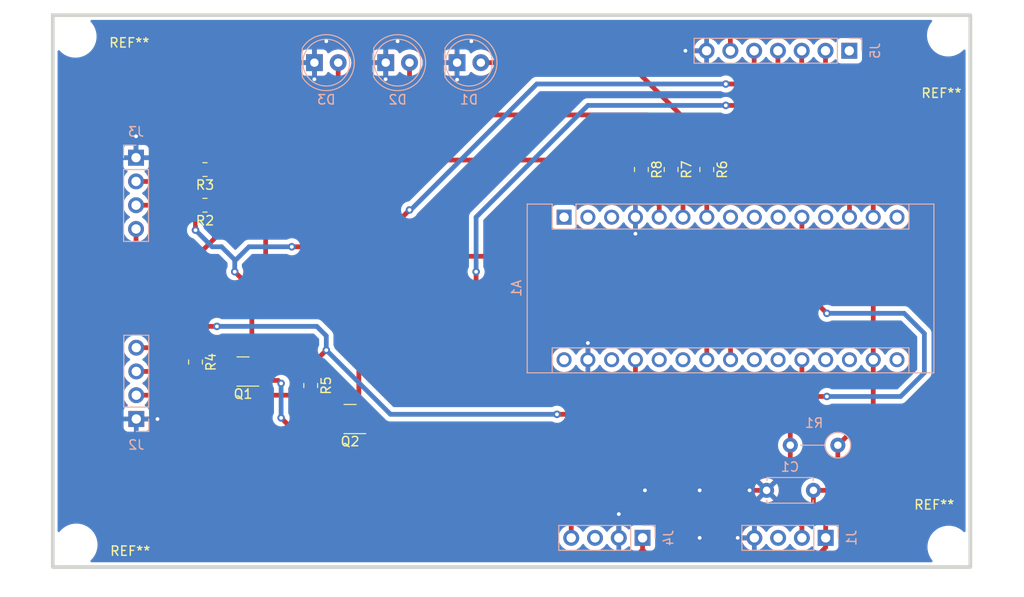
<source format=kicad_pcb>
(kicad_pcb (version 20211014) (generator pcbnew)
  (layers (0 "F.Cu" signal) (31 "B.Cu" signal) (34 "B.Paste" user) (35 "F.Paste" user) (36 "B.SilkS" user "B.Silkscreen") (37 "F.SilkS" user "F.Silkscreen") (38 "B.Mask" user) (39 "F.Mask" user) (44 "Edge.Cuts" user))
  (net 0 "")
  (net 4 "GND")
  (net 5 "Net-(A1-Pad5)")
  (net 6 "Net-(A1-Pad6)")
  (net 7 "Net-(A1-Pad7)")
  (net 11 "DHT22")
  (net 13 "RST_CSS")
  (net 14 "WAKE_CCS")
  (net 17 "3.3V")
  (net 20 "SMOKE")
  (net 23 "SDA")
  (net 24 "SCL")
  (net 27 "5V")
  (net 30 "Net-(D1-Pad2)")
  (net 31 "Net-(D2-Pad2)")
  (net 32 "Net-(D3-Pad2)")
  (net 34 "SCL-5V")
  (net 35 "SDA-5V")
  (footprint "Resistor_SMD:R_0805_2012Metric_Pad1.20x1.40mm_HandSolder" (layer "F.Cu") (at 51.816 46.99 180)
    (fp_text reference "R2" (at 0 -1.65) (layer "F.SilkS"))
    (fp_text value "10k")
    (fp_line (start -0.227064 0.735) (end 0.227064 0.735) (layer "F.SilkS") (width 0.12))
    (fp_line (start -0.227064 -0.735) (end 0.227064 -0.735) (layer "F.SilkS") (width 0.12))
    (pad "1" smd roundrect (at -1 0 180) (size 1.2 1.4) (layers "F.Cu" "F.Paste" "F.Mask") (roundrect_rratio 0.2083333333) (net 17 "3.3V"))
    (pad "2" smd roundrect (at 1 0 180) (size 1.2 1.4) (layers "F.Cu" "F.Paste" "F.Mask") (roundrect_rratio 0.2083333333) (net 23 "SDA"))
  )
  (footprint "Resistor_SMD:R_0805_2012Metric_Pad1.20x1.40mm_HandSolder" (layer "F.Cu") (at 98.425 43.18 -90)
    (fp_text reference "R8" (at 0 -1.65 90) (layer "F.SilkS"))
    (fp_text value "230")
    (fp_line (start -0.227064 -0.735) (end 0.227064 -0.735) (layer "F.SilkS") (width 0.12))
    (fp_line (start -0.227064 0.735) (end 0.227064 0.735) (layer "F.SilkS") (width 0.12))
    (pad "1" smd roundrect (at -1 0 270) (size 1.2 1.4) (layers "F.Cu" "F.Paste" "F.Mask") (roundrect_rratio 0.2083333333) (net 32 "Net-(D3-Pad2)"))
    (pad "2" smd roundrect (at 1 0 270) (size 1.2 1.4) (layers "F.Cu" "F.Paste" "F.Mask") (roundrect_rratio 0.2083333333) (net 5 "Net-(A1-Pad5)"))
  )
  (footprint "Package_TO_SOT_SMD:SOT-23" (layer "F.Cu") (at 55.88 64.77 180)
    (fp_text reference "Q1" (at 0 -2.4) (layer "F.SilkS"))
    (fp_text value "Q_NMOS_GSD")
    (fp_line (start 0 1.56) (end -0.65 1.56) (layer "F.SilkS") (width 0.12))
    (fp_line (start 0 1.56) (end 0.65 1.56) (layer "F.SilkS") (width 0.12))
    (fp_line (start 0 -1.56) (end 0.65 -1.56) (layer "F.SilkS") (width 0.12))
    (fp_line (start 0 -1.56) (end -1.675 -1.56) (layer "F.SilkS") (width 0.12))
    (pad "1" smd roundrect (at -0.9375 -0.95 180) (size 1.475 0.6) (layers "F.Cu" "F.Paste" "F.Mask") (net 17 "3.3V"))
    (pad "2" smd roundrect (at -0.9375 0.95 180) (size 1.475 0.6) (layers "F.Cu" "F.Paste" "F.Mask") (net 23 "SDA"))
    (pad "3" smd roundrect (at 0.9375 0 180) (size 1.475 0.6) (layers "F.Cu" "F.Paste" "F.Mask") (net 35 "SDA-5V"))
  )
  (footprint "Resistor_SMD:R_0805_2012Metric_Pad1.20x1.40mm_HandSolder" (layer "F.Cu") (at 105.41 43.18 -90)
    (fp_text reference "R6" (at 0 -1.65 90) (layer "F.SilkS"))
    (fp_text value "230")
    (fp_line (start -0.227064 0.735) (end 0.227064 0.735) (layer "F.SilkS") (width 0.12))
    (fp_line (start -0.227064 -0.735) (end 0.227064 -0.735) (layer "F.SilkS") (width 0.12))
    (pad "1" smd roundrect (at -1 0 270) (size 1.2 1.4) (layers "F.Cu" "F.Paste" "F.Mask") (roundrect_rratio 0.2083333333) (net 30 "Net-(D1-Pad2)"))
    (pad "2" smd roundrect (at 1 0 270) (size 1.2 1.4) (layers "F.Cu" "F.Paste" "F.Mask") (roundrect_rratio 0.2083333333) (net 7 "Net-(A1-Pad7)"))
  )
  (footprint "MountingHole:MountingHole_3.5mm" (layer "F.Cu") (at 131.2418 83.5152)
    (fp_text reference "REF**" (at -1.530427 -4.5) (layer "F.SilkS"))
    (fp_text value "MountingHole_3.5mm")
    (pad "" np_thru_hole circle (at 0 0) (size 3.5 3.5) (drill 3.5) (layers *.Cu *.Mask))
  )
  (footprint "Resistor_SMD:R_0805_2012Metric_Pad1.20x1.40mm_HandSolder" (layer "F.Cu") (at 63.104344 66.267254 -90)
    (fp_text reference "R5" (at 0 -1.65 90) (layer "F.SilkS"))
    (fp_text value "10k")
    (fp_line (start -0.227064 0.735) (end 0.227064 0.735) (layer "F.SilkS") (width 0.12))
    (fp_line (start -0.227064 -0.735) (end 0.227064 -0.735) (layer "F.SilkS") (width 0.12))
    (pad "1" smd roundrect (at -1 0 270) (size 1.2 1.4) (layers "F.Cu" "F.Paste" "F.Mask") (roundrect_rratio 0.2083333333) (net 27 "5V"))
    (pad "2" smd roundrect (at 1 0 270) (size 1.2 1.4) (layers "F.Cu" "F.Paste" "F.Mask") (roundrect_rratio 0.2083333333) (net 34 "SCL-5V"))
  )
  (footprint "MountingHole:MountingHole_3.5mm" (layer "F.Cu") (at 37.973 28.956)
    (fp_text reference "REF**" (at 5.762998 0.673049) (layer "F.SilkS"))
    (fp_text value "MountingHole_3.5mm")
    (pad "" np_thru_hole circle (at 0 0) (size 3.5 3.5) (drill 3.5) (layers *.Cu *.Mask))
  )
  (footprint "Resistor_SMD:R_0805_2012Metric_Pad1.20x1.40mm_HandSolder" (layer "F.Cu") (at 50.8 63.754 -90)
    (fp_text reference "R4" (at 0 -1.65 90) (layer "F.SilkS"))
    (fp_text value "10k")
    (fp_line (start -0.227064 -0.735) (end 0.227064 -0.735) (layer "F.SilkS") (width 0.12))
    (fp_line (start -0.227064 0.735) (end 0.227064 0.735) (layer "F.SilkS") (width 0.12))
    (pad "1" smd roundrect (at -1 0 270) (size 1.2 1.4) (layers "F.Cu" "F.Paste" "F.Mask") (roundrect_rratio 0.2083333333) (net 27 "5V"))
    (pad "2" smd roundrect (at 1 0 270) (size 1.2 1.4) (layers "F.Cu" "F.Paste" "F.Mask") (roundrect_rratio 0.2083333333) (net 35 "SDA-5V"))
  )
  (footprint "MountingHole:MountingHole_3.5mm" (layer "F.Cu") (at 131.192288 28.829)
    (fp_text reference "REF**" (at -0.713191 6.182417) (layer "F.SilkS"))
    (fp_text value "MountingHole_3.5mm")
    (pad "" np_thru_hole circle (at 0 0) (size 3.5 3.5) (drill 3.5) (layers *.Cu *.Mask))
  )
  (footprint "Package_TO_SOT_SMD:SOT-23" (layer "F.Cu") (at 67.31 69.85 180)
    (fp_text reference "Q2" (at 0 -2.4) (layer "F.SilkS"))
    (fp_text value "Q_NMOS_GSD")
    (fp_line (start 0 1.56) (end -0.65 1.56) (layer "F.SilkS") (width 0.12))
    (fp_line (start 0 -1.56) (end -1.675 -1.56) (layer "F.SilkS") (width 0.12))
    (fp_line (start 0 1.56) (end 0.65 1.56) (layer "F.SilkS") (width 0.12))
    (fp_line (start 0 -1.56) (end 0.65 -1.56) (layer "F.SilkS") (width 0.12))
    (pad "1" smd roundrect (at -0.9375 -0.95 180) (size 1.475 0.6) (layers "F.Cu" "F.Paste" "F.Mask") (net 17 "3.3V"))
    (pad "2" smd roundrect (at -0.9375 0.95 180) (size 1.475 0.6) (layers "F.Cu" "F.Paste" "F.Mask") (net 24 "SCL"))
    (pad "3" smd roundrect (at 0.9375 0 180) (size 1.475 0.6) (layers "F.Cu" "F.Paste" "F.Mask") (net 34 "SCL-5V"))
  )
  (footprint "MountingHole:MountingHole_3.5mm" (layer "F.Cu") (at 38.0746 83.2866)
    (fp_text reference "REF**" (at 5.762998 0.673049) (layer "F.SilkS"))
    (fp_text value "MountingHole_3.5mm")
    (pad "" np_thru_hole circle (at 0 0) (size 3.5 3.5) (drill 3.5) (layers *.Cu *.Mask))
  )
  (footprint "Resistor_SMD:R_0805_2012Metric_Pad1.20x1.40mm_HandSolder" (layer "F.Cu") (at 101.6 43.18 -90)
    (fp_text reference "R7" (at 0 -1.65 90) (layer "F.SilkS"))
    (fp_text value "230")
    (fp_line (start -0.227064 -0.735) (end 0.227064 -0.735) (layer "F.SilkS") (width 0.12))
    (fp_line (start -0.227064 0.735) (end 0.227064 0.735) (layer "F.SilkS") (width 0.12))
    (pad "1" smd roundrect (at -1 0 270) (size 1.2 1.4) (layers "F.Cu" "F.Paste" "F.Mask") (roundrect_rratio 0.2083333333) (net 31 "Net-(D2-Pad2)"))
    (pad "2" smd roundrect (at 1 0 270) (size 1.2 1.4) (layers "F.Cu" "F.Paste" "F.Mask") (roundrect_rratio 0.2083333333) (net 6 "Net-(A1-Pad6)"))
  )
  (footprint "Resistor_SMD:R_0805_2012Metric_Pad1.20x1.40mm_HandSolder" (layer "F.Cu") (at 51.816 43.18 180)
    (fp_text reference "R3" (at 0 -1.65) (layer "F.SilkS"))
    (fp_text value "10k")
    (fp_line (start -0.227064 -0.735) (end 0.227064 -0.735) (layer "F.SilkS") (width 0.12))
    (fp_line (start -0.227064 0.735) (end 0.227064 0.735) (layer "F.SilkS") (width 0.12))
    (pad "1" smd roundrect (at -1 0 180) (size 1.2 1.4) (layers "F.Cu" "F.Paste" "F.Mask") (roundrect_rratio 0.2083333333) (net 17 "3.3V"))
    (pad "2" smd roundrect (at 1 0 180) (size 1.2 1.4) (layers "F.Cu" "F.Paste" "F.Mask") (roundrect_rratio 0.2083333333) (net 24 "SCL"))
  )
  (footprint "Connector_PinSocket_2.54mm:PinSocket_1x07_P2.54mm_Vertical" (layer "B.Cu") (at 120.63 30.48 90)
    (fp_text reference "J5" (at 0 2.77 90) (layer "B.SilkS") (effects (justify mirror)))
    (fp_text value "CSS118")
    (fp_line (start -1.33 -16.57) (end 1.33 -16.57) (layer "B.SilkS") (width 0.12))
    (fp_line (start 0 1.33) (end 1.33 1.33) (layer "B.SilkS") (width 0.12))
    (fp_line (start -1.33 -1.27) (end 1.33 -1.27) (layer "B.SilkS") (width 0.12))
    (fp_line (start -1.33 -1.27) (end -1.33 -16.57) (layer "B.SilkS") (width 0.12))
    (fp_line (start 1.33 -1.27) (end 1.33 -16.57) (layer "B.SilkS") (width 0.12))
    (fp_line (start 1.33 1.33) (end 1.33 0) (layer "B.SilkS") (width 0.12))
    (pad "1" thru_hole rect (at 0 0 90) (size 1.7 1.7) (drill 1) (layers *.Cu *.Mask))
    (pad "2" thru_hole oval (at 0 -2.54 90) (size 1.7 1.7) (drill 1) (layers *.Cu *.Mask) (net 14 "WAKE_CCS"))
    (pad "3" thru_hole oval (at 0 -5.08 90) (size 1.7 1.7) (drill 1) (layers *.Cu *.Mask) (net 13 "RST_CSS"))
    (pad "4" thru_hole oval (at 0 -7.62 90) (size 1.7 1.7) (drill 1) (layers *.Cu *.Mask) (net 24 "SCL"))
    (pad "5" thru_hole oval (at 0 -10.16 90) (size 1.7 1.7) (drill 1) (layers *.Cu *.Mask) (net 23 "SDA"))
    (pad "6" thru_hole oval (at 0 -12.7 90) (size 1.7 1.7) (drill 1) (layers *.Cu *.Mask) (net 17 "3.3V"))
    (pad "7" thru_hole oval (at 0 -15.24 90) (size 1.7 1.7) (drill 1) (layers *.Cu *.Mask) (net 4 "GND"))
  )
  (footprint "LED_THT:LED_D5.0mm" (layer "B.Cu") (at 71.12 31.75)
    (fp_text reference "D2" (at 1.27 3.96) (layer "B.SilkS") (effects (justify mirror)))
    (fp_text value "LED VERTE")
    (fp_line (start -1.29 1.545) (end -1.29 -1.545) (layer "B.SilkS") (width 0.12))
    (fp_arc (start 4.26 -0.000462) (mid 2.072002 2.880433) (end -1.29 1.54483) (layer "B.SilkS") (width 0.12))
    (fp_arc (start -1.29 -1.54483) (mid 2.072002 -2.880433) (end 4.26 0.000462) (layer "B.SilkS") (width 0.12))
    (fp_circle (center 1.27 0) (end 3.77 0) (layer "B.SilkS") (width 0.12) (fill none))
    (pad "1" thru_hole rect (at 0 0) (size 1.8 1.8) (drill 0.9) (layers *.Cu *.Mask) (net 4 "GND"))
    (pad "2" thru_hole circle (at 2.54 0) (size 1.8 1.8) (drill 0.9) (layers *.Cu *.Mask) (net 31 "Net-(D2-Pad2)"))
  )
  (footprint "Resistor_THT:R_Axial_DIN0207_L6.3mm_D2.5mm_P5.08mm_Vertical" (layer "B.Cu") (at 119.409 72.644 180)
    (fp_text reference "R1" (at 2.54 2.37) (layer "B.SilkS") (effects (justify mirror)))
    (fp_text value "10K")
    (fp_line (start 1.37 0) (end 3.98 0) (layer "B.SilkS") (width 0.12))
    (fp_circle (center 0 0) (end 1.37 0) (layer "B.SilkS") (width 0.12) (fill none))
    (pad "1" thru_hole circle (at 0 0 180) (size 1.6 1.6) (drill 0.8) (layers *.Cu *.Mask) (net 17 "3.3V"))
    (pad "2" thru_hole oval (at 5.08 0 180) (size 1.6 1.6) (drill 0.8) (layers *.Cu *.Mask) (net 11 "DHT22"))
  )
  (footprint "Module:Arduino_Nano" (layer "B.Cu") (at 90.17 48.27 -90)
    (fp_text reference "A1" (at 7.62 5.08 90) (layer "B.SilkS") (effects (justify mirror)))
    (fp_text value "Arduino_Nano_v3.x")
    (fp_line (start 13.97 1.27) (end 16.64 1.27) (layer "B.SilkS") (width 0.12))
    (fp_line (start 1.27 -36.83) (end -1.4 -36.83) (layer "B.SilkS") (width 0.12))
    (fp_line (start 13.97 1.27) (end 13.97 -36.83) (layer "B.SilkS") (width 0.12))
    (fp_line (start 1.27 -1.27) (end 1.27 1.27) (layer "B.SilkS") (width 0.12))
    (fp_line (start 1.27 -1.27) (end -1.4 -1.27) (layer "B.SilkS") (width 0.12))
    (fp_line (start 16.64 -39.5) (end 16.64 3.94) (layer "B.SilkS") (width 0.12))
    (fp_line (start -1.4 -1.27) (end -1.4 -39.5) (layer "B.SilkS") (width 0.12))
    (fp_line (start 13.97 -36.83) (end 16.64 -36.83) (layer "B.SilkS") (width 0.12))
    (fp_line (start -1.4 -39.5) (end 16.64 -39.5) (layer "B.SilkS") (width 0.12))
    (fp_line (start 1.27 1.27) (end -1.4 1.27) (layer "B.SilkS") (width 0.12))
    (fp_line (start 1.27 -1.27) (end 1.27 -36.83) (layer "B.SilkS") (width 0.12))
    (fp_line (start -1.4 3.94) (end -1.4 1.27) (layer "B.SilkS") (width 0.12))
    (fp_line (start 16.64 3.94) (end -1.4 3.94) (layer "B.SilkS") (width 0.12))
    (pad "1" thru_hole rect (at 0 0 270) (size 1.6 1.6) (drill 1) (layers *.Cu *.Mask))
    (pad "2" thru_hole oval (at 0 -2.54 270) (size 1.6 1.6) (drill 1) (layers *.Cu *.Mask))
    (pad "3" thru_hole oval (at 0 -5.08 270) (size 1.6 1.6) (drill 1) (layers *.Cu *.Mask))
    (pad "4" thru_hole oval (at 0 -7.62 270) (size 1.6 1.6) (drill 1) (layers *.Cu *.Mask) (net 4 "GND"))
    (pad "5" thru_hole oval (at 0 -10.16 270) (size 1.6 1.6) (drill 1) (layers *.Cu *.Mask) (net 5 "Net-(A1-Pad5)"))
    (pad "6" thru_hole oval (at 0 -12.7 270) (size 1.6 1.6) (drill 1) (layers *.Cu *.Mask) (net 6 "Net-(A1-Pad6)"))
    (pad "7" thru_hole oval (at 0 -15.24 270) (size 1.6 1.6) (drill 1) (layers *.Cu *.Mask) (net 7 "Net-(A1-Pad7)"))
    (pad "8" thru_hole oval (at 0 -17.78 270) (size 1.6 1.6) (drill 1) (layers *.Cu *.Mask))
    (pad "9" thru_hole oval (at 0 -20.32 270) (size 1.6 1.6) (drill 1) (layers *.Cu *.Mask))
    (pad "10" thru_hole oval (at 0 -22.86 270) (size 1.6 1.6) (drill 1) (layers *.Cu *.Mask))
    (pad "11" thru_hole oval (at 0 -25.4 270) (size 1.6 1.6) (drill 1) (layers *.Cu *.Mask) (net 11 "DHT22"))
    (pad "12" thru_hole oval (at 0 -27.94 270) (size 1.6 1.6) (drill 1) (layers *.Cu *.Mask))
    (pad "13" thru_hole oval (at 0 -30.48 270) (size 1.6 1.6) (drill 1) (layers *.Cu *.Mask) (net 13 "RST_CSS"))
    (pad "14" thru_hole oval (at 0 -33.02 270) (size 1.6 1.6) (drill 1) (layers *.Cu *.Mask) (net 14 "WAKE_CCS"))
    (pad "15" thru_hole oval (at 0 -35.56 270) (size 1.6 1.6) (drill 1) (layers *.Cu *.Mask))
    (pad "16" thru_hole oval (at 15.24 -35.56 270) (size 1.6 1.6) (drill 1) (layers *.Cu *.Mask))
    (pad "17" thru_hole oval (at 15.24 -33.02 270) (size 1.6 1.6) (drill 1) (layers *.Cu *.Mask) (net 17 "3.3V"))
    (pad "18" thru_hole oval (at 15.24 -30.48 270) (size 1.6 1.6) (drill 1) (layers *.Cu *.Mask))
    (pad "19" thru_hole oval (at 15.24 -27.94 270) (size 1.6 1.6) (drill 1) (layers *.Cu *.Mask))
    (pad "20" thru_hole oval (at 15.24 -25.4 270) (size 1.6 1.6) (drill 1) (layers *.Cu *.Mask) (net 20 "SMOKE"))
    (pad "21" thru_hole oval (at 15.24 -22.86 270) (size 1.6 1.6) (drill 1) (layers *.Cu *.Mask))
    (pad "22" thru_hole oval (at 15.24 -20.32 270) (size 1.6 1.6) (drill 1) (layers *.Cu *.Mask))
    (pad "23" thru_hole oval (at 15.24 -17.78 270) (size 1.6 1.6) (drill 1) (layers *.Cu *.Mask) (net 23 "SDA"))
    (pad "24" thru_hole oval (at 15.24 -15.24 270) (size 1.6 1.6) (drill 1) (layers *.Cu *.Mask) (net 24 "SCL"))
    (pad "25" thru_hole oval (at 15.24 -12.7 270) (size 1.6 1.6) (drill 1) (layers *.Cu *.Mask))
    (pad "26" thru_hole oval (at 15.24 -10.16 270) (size 1.6 1.6) (drill 1) (layers *.Cu *.Mask))
    (pad "27" thru_hole oval (at 15.24 -7.62 270) (size 1.6 1.6) (drill 1) (layers *.Cu *.Mask) (net 27 "5V"))
    (pad "28" thru_hole oval (at 15.24 -5.08 270) (size 1.6 1.6) (drill 1) (layers *.Cu *.Mask))
    (pad "29" thru_hole oval (at 15.24 -2.54 270) (size 1.6 1.6) (drill 1) (layers *.Cu *.Mask) (net 4 "GND"))
    (pad "30" thru_hole oval (at 15.24 0 270) (size 1.6 1.6) (drill 1) (layers *.Cu *.Mask))
  )
  (footprint "LED_THT:LED_D5.0mm" (layer "B.Cu") (at 63.5 31.75)
    (fp_text reference "D3" (at 1.27 3.96) (layer "B.SilkS") (effects (justify mirror)))
    (fp_text value "LED ROUGE")
    (fp_line (start -1.29 1.545) (end -1.29 -1.545) (layer "B.SilkS") (width 0.12))
    (fp_arc (start 4.26 -0.000462) (mid 2.072002 2.880433) (end -1.29 1.54483) (layer "B.SilkS") (width 0.12))
    (fp_arc (start -1.29 -1.54483) (mid 2.072002 -2.880433) (end 4.26 0.000462) (layer "B.SilkS") (width 0.12))
    (fp_circle (center 1.27 0) (end 3.77 0) (layer "B.SilkS") (width 0.12) (fill none))
    (pad "1" thru_hole rect (at 0 0) (size 1.8 1.8) (drill 0.9) (layers *.Cu *.Mask) (net 4 "GND"))
    (pad "2" thru_hole circle (at 2.54 0) (size 1.8 1.8) (drill 0.9) (layers *.Cu *.Mask) (net 32 "Net-(D3-Pad2)"))
  )
  (footprint "Connector_PinSocket_2.54mm:PinSocket_1x04_P2.54mm_Vertical" (layer "B.Cu") (at 44.45 41.91 180)
    (fp_text reference "J3" (at 0 2.77) (layer "B.SilkS") (effects (justify mirror)))
    (fp_text value "LCD 3.3V")
    (fp_line (start -1.33 -1.27) (end -1.33 -8.95) (layer "B.SilkS") (width 0.12))
    (fp_line (start 1.33 1.33) (end 1.33 0) (layer "B.SilkS") (width 0.12))
    (fp_line (start -1.33 -8.95) (end 1.33 -8.95) (layer "B.SilkS") (width 0.12))
    (fp_line (start 0 1.33) (end 1.33 1.33) (layer "B.SilkS") (width 0.12))
    (fp_line (start 1.33 -1.27) (end 1.33 -8.95) (layer "B.SilkS") (width 0.12))
    (fp_line (start -1.33 -1.27) (end 1.33 -1.27) (layer "B.SilkS") (width 0.12))
    (pad "1" thru_hole rect (at 0 0 180) (size 1.7 1.7) (drill 1) (layers *.Cu *.Mask) (net 4 "GND"))
    (pad "2" thru_hole oval (at 0 -2.54 180) (size 1.7 1.7) (drill 1) (layers *.Cu *.Mask) (net 24 "SCL"))
    (pad "3" thru_hole oval (at 0 -5.08 180) (size 1.7 1.7) (drill 1) (layers *.Cu *.Mask) (net 23 "SDA"))
    (pad "4" thru_hole oval (at 0 -7.62 180) (size 1.7 1.7) (drill 1) (layers *.Cu *.Mask) (net 17 "3.3V"))
  )
  (footprint "Connector_PinSocket_2.54mm:PinSocket_1x04_P2.54mm_Vertical" (layer "B.Cu") (at 118.11 82.55 90)
    (fp_text reference "J1" (at 0 2.77 90) (layer "B.SilkS") (effects (justify mirror)))
    (fp_text value "DHT22")
    (fp_line (start 0 1.33) (end 1.33 1.33) (layer "B.SilkS") (width 0.12))
    (fp_line (start 1.33 1.33) (end 1.33 0) (layer "B.SilkS") (width 0.12))
    (fp_line (start 1.33 -1.27) (end 1.33 -8.95) (layer "B.SilkS") (width 0.12))
    (fp_line (start -1.33 -1.27) (end 1.33 -1.27) (layer "B.SilkS") (width 0.12))
    (fp_line (start -1.33 -8.95) (end 1.33 -8.95) (layer "B.SilkS") (width 0.12))
    (fp_line (start -1.33 -1.27) (end -1.33 -8.95) (layer "B.SilkS") (width 0.12))
    (pad "1" thru_hole rect (at 0 0 90) (size 1.7 1.7) (drill 1) (layers *.Cu *.Mask) (net 17 "3.3V"))
    (pad "2" thru_hole oval (at 0 -2.54 90) (size 1.7 1.7) (drill 1) (layers *.Cu *.Mask) (net 11 "DHT22"))
    (pad "3" thru_hole oval (at 0 -5.08 90) (size 1.7 1.7) (drill 1) (layers *.Cu *.Mask))
    (pad "4" thru_hole oval (at 0 -7.62 90) (size 1.7 1.7) (drill 1) (layers *.Cu *.Mask) (net 4 "GND"))
  )
  (footprint "Capacitor_THT:C_Disc_D4.7mm_W2.5mm_P5.00mm" (layer "B.Cu") (at 116.8 77.47 180)
    (fp_text reference "C1" (at 2.5 2.5) (layer "B.SilkS") (effects (justify mirror)))
    (fp_text value "100u")
    (fp_line (start 0.03 1.37) (end 0.03 1.055) (layer "B.SilkS") (width 0.12))
    (fp_line (start 4.97 1.37) (end 4.97 1.055) (layer "B.SilkS") (width 0.12))
    (fp_line (start 0.03 1.37) (end 4.97 1.37) (layer "B.SilkS") (width 0.12))
    (fp_line (start 0.03 -1.055) (end 0.03 -1.37) (layer "B.SilkS") (width 0.12))
    (fp_line (start 0.03 -1.37) (end 4.97 -1.37) (layer "B.SilkS") (width 0.12))
    (fp_line (start 4.97 -1.055) (end 4.97 -1.37) (layer "B.SilkS") (width 0.12))
    (pad "1" thru_hole circle (at 0 0 180) (size 1.6 1.6) (drill 0.8) (layers *.Cu *.Mask) (net 17 "3.3V"))
    (pad "2" thru_hole circle (at 5 0 180) (size 1.6 1.6) (drill 0.8) (layers *.Cu *.Mask) (net 4 "GND"))
  )
  (footprint "Connector_PinSocket_2.54mm:PinSocket_1x04_P2.54mm_Vertical" (layer "B.Cu") (at 44.475 69.84)
    (fp_text reference "J2" (at 0 2.77) (layer "B.SilkS") (effects (justify mirror)))
    (fp_text value "LCD 5V")
    (fp_line (start 0 1.33) (end 1.33 1.33) (layer "B.SilkS") (width 0.12))
    (fp_line (start 1.33 -1.27) (end 1.33 -8.95) (layer "B.SilkS") (width 0.12))
    (fp_line (start -1.33 -1.27) (end 1.33 -1.27) (layer "B.SilkS") (width 0.12))
    (fp_line (start -1.33 -1.27) (end -1.33 -8.95) (layer "B.SilkS") (width 0.12))
    (fp_line (start -1.33 -8.95) (end 1.33 -8.95) (layer "B.SilkS") (width 0.12))
    (fp_line (start 1.33 1.33) (end 1.33 0) (layer "B.SilkS") (width 0.12))
    (pad "1" thru_hole rect (at 0 0) (size 1.7 1.7) (drill 1) (layers *.Cu *.Mask) (net 4 "GND"))
    (pad "2" thru_hole oval (at 0 -2.54) (size 1.7 1.7) (drill 1) (layers *.Cu *.Mask) (net 34 "SCL-5V"))
    (pad "3" thru_hole oval (at 0 -5.08) (size 1.7 1.7) (drill 1) (layers *.Cu *.Mask) (net 35 "SDA-5V"))
    (pad "4" thru_hole oval (at 0 -7.62) (size 1.7 1.7) (drill 1) (layers *.Cu *.Mask) (net 27 "5V"))
  )
  (footprint "Connector_PinSocket_2.54mm:PinSocket_1x04_P2.54mm_Vertical" (layer "B.Cu") (at 98.552 82.55 90)
    (fp_text reference "J4" (at 0 2.77 90) (layer "B.SilkS") (effects (justify mirror)))
    (fp_text value "MQ-2")
    (fp_line (start -1.33 -1.27) (end 1.33 -1.27) (layer "B.SilkS") (width 0.12))
    (fp_line (start -1.33 -8.95) (end 1.33 -8.95) (layer "B.SilkS") (width 0.12))
    (fp_line (start -1.33 -1.27) (end -1.33 -8.95) (layer "B.SilkS") (width 0.12))
    (fp_line (start 0 1.33) (end 1.33 1.33) (layer "B.SilkS") (width 0.12))
    (fp_line (start 1.33 1.33) (end 1.33 0) (layer "B.SilkS") (width 0.12))
    (fp_line (start 1.33 -1.27) (end 1.33 -8.95) (layer "B.SilkS") (width 0.12))
    (pad "1" thru_hole rect (at 0 0 90) (size 1.7 1.7) (drill 1) (layers *.Cu *.Mask) (net 17 "3.3V"))
    (pad "2" thru_hole oval (at 0 -2.54 90) (size 1.7 1.7) (drill 1) (layers *.Cu *.Mask) (net 4 "GND"))
    (pad "3" thru_hole oval (at 0 -5.08 90) (size 1.7 1.7) (drill 1) (layers *.Cu *.Mask))
    (pad "4" thru_hole oval (at 0 -7.62 90) (size 1.7 1.7) (drill 1) (layers *.Cu *.Mask) (net 20 "SMOKE"))
  )
  (footprint "LED_THT:LED_D5.0mm" (layer "B.Cu") (at 78.74 31.75)
    (fp_text reference "D1" (at 1.27 3.96) (layer "B.SilkS") (effects (justify mirror)))
    (fp_text value "LED BLEU")
    (fp_line (start -1.29 1.545) (end -1.29 -1.545) (layer "B.SilkS") (width 0.12))
    (fp_arc (start -1.29 -1.54483) (mid 2.072002 -2.880433) (end 4.26 0.000462) (layer "B.SilkS") (width 0.12))
    (fp_arc (start 4.26 -0.000462) (mid 2.072002 2.880433) (end -1.29 1.54483) (layer "B.SilkS") (width 0.12))
    (fp_circle (center 1.27 0) (end 3.77 0) (layer "B.SilkS") (width 0.12) (fill none))
    (pad "1" thru_hole rect (at 0 0) (size 1.8 1.8) (drill 0.9) (layers *.Cu *.Mask) (net 4 "GND"))
    (pad "2" thru_hole circle (at 2.54 0) (size 1.8 1.8) (drill 0.9) (layers *.Cu *.Mask) (net 30 "Net-(D1-Pad2)"))
  )
  (gr_rect (start 35.56 26.67) (end 133.56 85.67) (layer "Edge.Cuts") (width 0.4) (fill none))
  (segment (start 46.726 69.84) (end 44.475 69.84) (width 0.508) (layer "F.Cu") (net 4))
  (segment (start 46.736 69.85) (end 46.726 69.84) (width 0.508) (layer "F.Cu") (net 4))
  (segment (start 105.39 30.48) (end 103.124 30.48) (width 0.508) (layer "F.Cu") (net 4))
  (segment (start 97.79 48.27) (end 97.79 50.038) (width 0.508) (layer "F.Cu") (net 4))
  (segment (start 44.45 41.91) (end 44.45 39.624) (width 0.508) (layer "F.Cu") (net 4))
  (segment (start 110.49 82.55) (end 108.712 82.55) (width 0.508) (layer "F.Cu") (net 4))
  (segment (start 96.012 82.55) (end 96.012 80.01) (width 0.508) (layer "F.Cu") (net 4))
  (segment (start 111.8 77.47) (end 109.982 77.47) (width 0.508) (layer "F.Cu") (net 4))
  (segment (start 78.74 33.571934) (end 78.74 31.75) (width 0.508) (layer "F.Cu") (net 4))
  (segment (start 92.71 63.51) (end 92.71 61.722) (width 0.508) (layer "F.Cu") (net 4))
  (segment (start 63.5 31.75) (end 63.5 33.528) (width 0.508) (layer "F.Cu") (net 4))
  (segment (start 71.106027 33.528) (end 71.12 33.514027) (width 0.508) (layer "F.Cu") (net 4))
  (segment (start 71.12 33.514027) (end 71.12 31.75) (width 0.508) (layer "F.Cu") (net 4))
  (via (at 97.79 50.038) (size 0.8) (drill 0.4) (layers "F.Cu" "B.Cu") (net 4))
  (via (at 104.648 82.55) (size 0.8) (drill 0.4) (layers "F.Cu" "B.Cu") (net 4))
  (via (at 103.124 30.48) (size 0.8) (drill 0.4) (layers "F.Cu" "B.Cu") (net 4))
  (via (at 64.77 29.464) (size 0.8) (drill 0.4) (layers "F.Cu" "B.Cu") (net 4))
  (via (at 108.712 82.55) (size 0.8) (drill 0.4) (layers "F.Cu" "B.Cu") (net 4))
  (via (at 98.806 77.47) (size 0.8) (drill 0.4) (layers "F.Cu" "B.Cu") (net 4))
  (via (at 72.39 29.464) (size 0.8) (drill 0.4) (layers "F.Cu" "B.Cu") (net 4))
  (via (at 109.982 77.47) (size 0.8) (drill 0.4) (layers "F.Cu" "B.Cu") (net 4))
  (via (at 44.45 39.624) (size 0.8) (drill 0.4) (layers "F.Cu" "B.Cu") (net 4))
  (via (at 80.264 29.464) (size 0.8) (drill 0.4) (layers "F.Cu" "B.Cu") (net 4))
  (via (at 78.74 33.571934) (size 0.8) (drill 0.4) (layers "F.Cu" "B.Cu") (net 4))
  (via (at 46.736 69.85) (size 0.8) (drill 0.4) (layers "F.Cu" "B.Cu") (net 4))
  (via (at 92.71 61.722) (size 0.8) (drill 0.4) (layers "F.Cu" "B.Cu") (net 4))
  (via (at 96.012 80.01) (size 0.8) (drill 0.4) (layers "F.Cu" "B.Cu") (net 4))
  (via (at 104.648 77.47) (size 0.8) (drill 0.4) (layers "F.Cu" "B.Cu") (net 4))
  (via (at 63.5 33.528) (size 0.8) (drill 0.4) (layers "F.Cu" "B.Cu") (net 4))
  (via (at 71.106027 33.528) (size 0.8) (drill 0.4) (layers "F.Cu" "B.Cu") (net 4))
  (segment (start 100.33 46.99) (end 98.425 45.085) (width 0.508) (layer "F.Cu") (net 5))
  (segment (start 100.33 48.27) (end 100.33 46.99) (width 0.508) (layer "F.Cu") (net 5))
  (segment (start 98.425 45.085) (end 98.425 44.18) (width 0.508) (layer "F.Cu") (net 5))
  (segment (start 102.87 46.6725) (end 101.6 45.4025) (width 0.508) (layer "F.Cu") (net 6))
  (segment (start 101.6 45.4025) (end 101.6 44.18) (width 0.508) (layer "F.Cu") (net 6))
  (segment (start 102.87 48.27) (end 102.87 46.6725) (width 0.508) (layer "F.Cu") (net 6))
  (segment (start 105.41 48.27) (end 105.41 44.18) (width 0.508) (layer "F.Cu") (net 7))
  (segment (start 115.57 82.55) (end 115.57 81.28) (width 0.508) (layer "F.Cu") (net 11))
  (segment (start 115.57 48.27) (end 115.57 55.88) (width 0.508) (layer "F.Cu") (net 11))
  (segment (start 118.237 67.437) (end 116.713 67.437) (width 0.508) (layer "F.Cu") (net 11))
  (segment (start 116.713 67.437) (end 114.329 69.821) (width 0.508) (layer "F.Cu") (net 11))
  (segment (start 114.329 69.821) (end 114.329 72.644) (width 0.508) (layer "F.Cu") (net 11))
  (segment (start 114.329 79.981) (end 114.329 72.644) (width 0.508) (layer "F.Cu") (net 11))
  (segment (start 114.3 80.01) (end 114.329 79.981) (width 0.508) (layer "F.Cu") (net 11))
  (segment (start 115.57 81.28) (end 114.3 80.01) (width 0.508) (layer "F.Cu") (net 11))
  (segment (start 115.57 55.88) (end 118.237 58.547) (width 0.508) (layer "F.Cu") (net 11))
  (via (at 118.237 58.547) (size 0.8) (drill 0.4) (layers "F.Cu" "B.Cu") (net 11))
  (via (at 118.237 67.437) (size 0.8) (drill 0.4) (layers "F.Cu" "B.Cu") (net 11))
  (segment (start 126.111 67.437) (end 118.237 67.437) (width 0.508) (layer "B.Cu") (net 11))
  (segment (start 128.651 64.897) (end 126.111 67.437) (width 0.508) (layer "B.Cu") (net 11))
  (segment (start 118.237 58.547) (end 126.492 58.547) (width 0.508) (layer "B.Cu") (net 11))
  (segment (start 126.492 58.547) (end 128.651 60.706) (width 0.508) (layer "B.Cu") (net 11))
  (segment (start 128.651 60.706) (end 128.651 64.897) (width 0.508) (layer "B.Cu") (net 11))
  (segment (start 115.55 37.445) (end 120.65 42.545) (width 0.508) (layer "F.Cu") (net 13))
  (segment (start 120.65 42.545) (end 120.65 48.27) (width 0.508) (layer "F.Cu") (net 13))
  (segment (start 115.55 30.455) (end 115.55 37.445) (width 0.508) (layer "F.Cu") (net 13))
  (segment (start 118.09 36.81) (end 118.09 30.48) (width 0.508) (layer "F.Cu") (net 14))
  (segment (start 123.19 41.91) (end 118.09 36.81) (width 0.508) (layer "F.Cu") (net 14))
  (segment (start 123.19 48.27) (end 123.19 41.91) (width 0.508) (layer "F.Cu") (net 14))
  (segment (start 119.409 72.644) (end 119.409 76.679) (width 0.508) (layer "F.Cu") (net 17))
  (segment (start 39.878 53.34) (end 39.878 71.501) (width 0.508) (layer "F.Cu") (net 17))
  (segment (start 51.308 52.07) (end 52.816 50.562) (width 0.508) (layer "F.Cu") (net 17))
  (segment (start 108.712 28.194) (end 107.93 28.976) (width 0.508) (layer "F.Cu") (net 17))
  (segment (start 123.19 63.51) (end 123.19 68.863) (width 0.508) (layer "F.Cu") (net 17))
  (segment (start 45.085 52.07) (end 51.308 52.07) (width 0.508) (layer "F.Cu") (net 17))
  (segment (start 59.624 65.72) (end 59.944 66.04) (width 0.508) (layer "F.Cu") (net 17))
  (segment (start 58.034 73.787) (end 61.021 70.8) (width 0.508) (layer "F.Cu") (net 17))
  (segment (start 43.942 51.943) (end 41.275 51.943) (width 0.508) (layer "F.Cu") (net 17))
  (segment (start 41.275 51.943) (end 39.878 53.34) (width 0.508) (layer "F.Cu") (net 17))
  (segment (start 75.626 70.8) (end 68.2475 70.8) (width 0.508) (layer "F.Cu") (net 17))
  (segment (start 118.11 83.566) (end 118.11 82.55) (width 0.508) (layer "F.Cu") (net 17))
  (segment (start 98.806 82.042) (end 98.806 82.5) (width 0.508) (layer "F.Cu") (net 17))
  (segment (start 128.524 33.02) (end 123.698 28.194) (width 0.508) (layer "F.Cu") (net 17))
  (segment (start 61.021 70.8) (end 68.2475 70.8) (width 0.508) (layer "F.Cu") (net 17))
  (segment (start 44.45 51.435) (end 43.942 51.943) (width 0.508) (layer "F.Cu") (net 17))
  (segment (start 123.698 28.194) (end 108.712 28.194) (width 0.508) (layer "F.Cu") (net 17))
  (segment (start 97.79 84.582) (end 98.552 83.82) (width 0.508) (layer "F.Cu") (net 17))
  (segment (start 123.19 56.134) (end 128.524 50.8) (width 0.508) (layer "F.Cu") (net 17))
  (segment (start 123.19 68.863) (end 119.409 72.644) (width 0.508) (layer "F.Cu") (net 17))
  (segment (start 44.45 51.435) (end 45.085 52.07) (width 0.508) (layer "F.Cu") (net 17))
  (segment (start 56.8175 65.72) (end 59.624 65.72) (width 0.508) (layer "F.Cu") (net 17))
  (segment (start 39.878 71.501) (end 42.164 73.787) (width 0.508) (layer "F.Cu") (net 17))
  (segment (start 52.816 43.18) (end 52.816 46.99) (width 0.508) (layer "F.Cu") (net 17))
  (segment (start 118.11 80.772) (end 116.8 79.462) (width 0.508) (layer "F.Cu") (net 17))
  (segment (start 119.409 76.679) (end 118.618 77.47) (width 0.508) (layer "F.Cu") (net 17))
  (segment (start 44.45 49.53) (end 44.45 51.435) (width 0.508) (layer "F.Cu") (net 17))
  (segment (start 98.552 83.82) (end 98.552 82.55) (width 0.508) (layer "F.Cu") (net 17))
  (segment (start 123.19 63.51) (end 123.19 56.134) (width 0.508) (layer "F.Cu") (net 17))
  (segment (start 99.314 84.582) (end 117.094 84.582) (width 0.508) (layer "F.Cu") (net 17))
  (segment (start 42.164 73.787) (end 58.034 73.787) (width 0.508) (layer "F.Cu") (net 17))
  (segment (start 89.408 84.582) (end 75.626 70.8) (width 0.508) (layer "F.Cu") (net 17))
  (segment (start 107.93 28.976) (end 107.93 30.455) (width 0.508) (layer "F.Cu") (net 17))
  (segment (start 118.11 82.55) (end 118.11 80.772) (width 0.508) (layer "F.Cu") (net 17))
  (segment (start 98.552 83.82) (end 99.314 84.582) (width 0.508) (layer "F.Cu") (net 17))
  (segment (start 52.816 50.562) (end 52.816 46.99) (width 0.508) (layer "F.Cu") (net 17))
  (segment (start 116.8 79.462) (end 116.8 77.47) (width 0.508) (layer "F.Cu") (net 17))
  (segment (start 59.944 69.723) (end 61.021 70.8) (width 0.508) (layer "F.Cu") (net 17))
  (segment (start 118.618 77.47) (end 116.8 77.47) (width 0.508) (layer "F.Cu") (net 17))
  (segment (start 89.408 84.582) (end 97.79 84.582) (width 0.508) (layer "F.Cu") (net 17))
  (segment (start 117.094 84.582) (end 118.11 83.566) (width 0.508) (layer "F.Cu") (net 17))
  (segment (start 128.524 50.8) (end 128.524 33.02) (width 0.508) (layer "F.Cu") (net 17))
  (via (at 59.944 69.723) (size 0.8) (drill 0.4) (layers "F.Cu" "B.Cu") (net 17))
  (via (at 59.944 66.04) (size 0.8) (drill 0.4) (layers "F.Cu" "B.Cu") (net 17))
  (segment (start 59.944 69.723) (end 59.944 66.04) (width 0.508) (layer "B.Cu") (net 17))
  (segment (start 101.6 68.326) (end 112.141 68.326) (width 0.508) (layer "F.Cu") (net 20))
  (segment (start 112.141 68.326) (end 115.57 64.897) (width 0.508) (layer "F.Cu") (net 20))
  (segment (start 115.57 64.897) (end 115.57 63.51) (width 0.508) (layer "F.Cu") (net 20))
  (segment (start 90.932 82.55) (end 90.932 78.994) (width 0.508) (layer "F.Cu") (net 20))
  (segment (start 90.932 78.994) (end 101.6 68.326) (width 0.508) (layer "F.Cu") (net 20))
  (segment (start 71.1835 51.435) (end 72.42175 50.19675) (width 0.508) (layer "F.Cu") (net 23))
  (segment (start 72.42175 50.19675) (end 74.676 52.451) (width 0.508) (layer "F.Cu") (net 23))
  (segment (start 72.42175 48.73625) (end 73.66 47.498) (width 0.508) (layer "F.Cu") (net 23))
  (segment (start 61.087 51.435) (end 71.1835 51.435) (width 0.508) (layer "F.Cu") (net 23))
  (segment (start 50.8 49.657) (end 50.8 47.006) (width 0.508) (layer "F.Cu") (net 23))
  (segment (start 107.95 56.896) (end 107.95 63.51) (width 0.508) (layer "F.Cu") (net 23))
  (segment (start 110.47 32.786) (end 109.22 34.036) (width 0.508) (layer "F.Cu") (net 23))
  (segment (start 44.45 46.99) (end 50.816 46.99) (width 0.508) (layer "F.Cu") (net 23))
  (segment (start 103.505 52.451) (end 107.95 56.896) (width 0.508) (layer "F.Cu") (net 23))
  (segment (start 109.22 34.036) (end 107.442 34.036) (width 0.508) (layer "F.Cu") (net 23))
  (segment (start 50.8 47.006) (end 50.816 46.99) (width 0.508) (layer "F.Cu") (net 23))
  (segment (start 56.8175 63.82) (end 56.8175 55.9285) (width 0.508) (layer "F.Cu") (net 23))
  (segment (start 110.47 30.455) (end 110.47 32.786) (width 0.508) (layer "F.Cu") (net 23))
  (segment (start 72.42175 50.19675) (end 72.42175 48.73625) (width 0.508) (layer "F.Cu") (net 23))
  (segment (start 74.676 52.451) (end 103.505 52.451) (width 0.508) (layer "F.Cu") (net 23))
  (segment (start 56.8175 55.9285) (end 54.991 54.102) (width 0.508) (layer "F.Cu") (net 23))
  (via (at 61.087 51.435) (size 0.8) (drill 0.4) (layers "F.Cu" "B.Cu") (net 23))
  (via (at 50.8 49.657) (size 0.8) (drill 0.4) (layers "F.Cu" "B.Cu") (net 23))
  (via (at 107.442 34.036) (size 0.8) (drill 0.4) (layers "F.Cu" "B.Cu") (net 23))
  (via (at 54.991 54.102) (size 0.8) (drill 0.4) (layers "F.Cu" "B.Cu") (net 23))
  (via (at 73.66 47.498) (size 0.8) (drill 0.4) (layers "F.Cu" "B.Cu") (net 23))
  (segment (start 54.991 52.959) (end 56.515 51.435) (width 0.508) (layer "B.Cu") (net 23))
  (segment (start 54.991 52.959) (end 54.991 52.832) (width 0.508) (layer "B.Cu") (net 23))
  (segment (start 107.442 34.036) (end 87.249 34.036) (width 0.508) (layer "B.Cu") (net 23))
  (segment (start 54.991 52.832) (end 53.594 51.435) (width 0.508) (layer "B.Cu") (net 23))
  (segment (start 54.991 54.102) (end 54.991 52.959) (width 0.508) (layer "B.Cu") (net 23))
  (segment (start 73.787 47.498) (end 73.66 47.498) (width 0.508) (layer "B.Cu") (net 23))
  (segment (start 77.851 43.434) (end 73.787 47.498) (width 0.508) (layer "B.Cu") (net 23))
  (segment (start 61.087 51.435) (end 56.515 51.435) (width 0.508) (layer "B.Cu") (net 23))
  (segment (start 52.578 51.435) (end 50.8 49.657) (width 0.508) (layer "B.Cu") (net 23))
  (segment (start 53.594 51.435) (end 52.578 51.435) (width 0.508) (layer "B.Cu") (net 23))
  (segment (start 87.249 34.036) (end 77.851 43.434) (width 0.508) (layer "B.Cu") (net 23))
  (segment (start 80.772 56.642) (end 79.629 57.785) (width 0.508) (layer "F.Cu") (net 24))
  (segment (start 50.816 43.18) (end 50.816 41.894) (width 0.508) (layer "F.Cu") (net 24))
  (segment (start 110.617 36.322) (end 107.442 36.322) (width 0.508) (layer "F.Cu") (net 24))
  (segment (start 105.41 59.817) (end 105.41 63.51) (width 0.508) (layer "F.Cu") (net 24))
  (segment (start 113.01 30.455) (end 113.01 33.929) (width 0.508) (layer "F.Cu") (net 24))
  (segment (start 113.01 33.929) (end 110.617 36.322) (width 0.508) (layer "F.Cu") (net 24))
  (segment (start 68.2475 59.4845) (end 68.2475 59.5145) (width 0.508) (layer "F.Cu") (net 24))
  (segment (start 50.816 43.18) (end 50.816 44.323) (width 0.508) (layer "F.Cu") (net 24))
  (segment (start 58.293 54.737) (end 61.341 57.785) (width 0.508) (layer "F.Cu") (net 24))
  (segment (start 66.548 57.785) (end 68.2475 59.4845) (width 0.508) (layer "F.Cu") (net 24))
  (segment (start 51.435 41.275) (end 53.721 41.275) (width 0.508) (layer "F.Cu") (net 24))
  (segment (start 68.2475 68.9) (end 68.2475 59.5145) (width 0.508) (layer "F.Cu") (net 24))
  (segment (start 53.721 41.275) (end 58.293 45.847) (width 0.508) (layer "F.Cu") (net 24))
  (segment (start 81.915 57.785) (end 103.378 57.785) (width 0.508) (layer "F.Cu") (net 24))
  (segment (start 69.977 57.785) (end 79.502 57.785) (width 0.508) (layer "F.Cu") (net 24))
  (segment (start 79.629 57.785) (end 79.502 57.785) (width 0.508) (layer "F.Cu") (net 24))
  (segment (start 80.772 56.642) (end 81.915 57.785) (width 0.508) (layer "F.Cu") (net 24))
  (segment (start 61.341 57.785) (end 66.548 57.785) (width 0.508) (layer "F.Cu") (net 24))
  (segment (start 50.816 41.894) (end 51.435 41.275) (width 0.508) (layer "F.Cu") (net 24))
  (segment (start 68.2475 59.5145) (end 69.977 57.785) (width 0.508) (layer "F.Cu") (net 24))
  (segment (start 44.45 44.45) (end 50.689 44.45) (width 0.508) (layer "F.Cu") (net 24))
  (segment (start 58.293 45.847) (end 58.293 54.737) (width 0.508) (layer "F.Cu") (net 24))
  (segment (start 103.378 57.785) (end 105.41 59.817) (width 0.508) (layer "F.Cu") (net 24))
  (segment (start 50.689 44.45) (end 50.816 44.323) (width 0.508) (layer "F.Cu") (net 24))
  (segment (start 80.772 54.102) (end 80.772 56.642) (width 0.508) (layer "F.Cu") (net 24))
  (via (at 107.442 36.322) (size 0.8) (drill 0.4) (layers "F.Cu" "B.Cu") (net 24))
  (via (at 80.772 54.102) (size 0.8) (drill 0.4) (layers "F.Cu" "B.Cu") (net 24))
  (segment (start 81.026 48.006) (end 80.772 48.26) (width 0.508) (layer "B.Cu") (net 24))
  (segment (start 107.442 36.322) (end 92.71 36.322) (width 0.508) (layer "B.Cu") (net 24))
  (segment (start 80.772 48.26) (end 80.772 54.102) (width 0.508) (layer "B.Cu") (net 24))
  (segment (start 92.71 36.322) (end 81.026 48.006) (width 0.508) (layer "B.Cu") (net 24))
  (segment (start 47.742 62.22) (end 48.276 62.754) (width 0.508) (layer "F.Cu") (net 27))
  (segment (start 51.816 59.944) (end 53.086 59.944) (width 0.508) (layer "F.Cu") (net 27))
  (segment (start 48.276 62.754) (end 50.8 62.754) (width 0.508) (layer "F.Cu") (net 27))
  (segment (start 63.104344 65.267254) (end 63.104344 64.149656) (width 0.508) (layer "F.Cu") (net 27))
  (segment (start 97.79 66.294) (end 94.742 69.342) (width 0.508) (layer "F.Cu") (net 27))
  (segment (start 63.104344 64.149656) (end 64.77 62.484) (width 0.508) (layer "F.Cu") (net 27))
  (segment (start 50.8 60.96) (end 51.816 59.944) (width 0.508) (layer "F.Cu") (net 27))
  (segment (start 94.742 69.342) (end 89.408 69.342) (width 0.508) (layer "F.Cu") (net 27))
  (segment (start 44.475 62.22) (end 47.742 62.22) (width 0.508) (layer "F.Cu") (net 27))
  (segment (start 97.79 63.51) (end 97.79 66.294) (width 0.508) (layer "F.Cu") (net 27))
  (segment (start 50.8 62.754) (end 50.8 60.96) (width 0.508) (layer "F.Cu") (net 27))
  (via (at 53.086 59.944) (size 0.8) (drill 0.4) (layers "F.Cu" "B.Cu") (net 27))
  (via (at 89.408 69.342) (size 0.8) (drill 0.4) (layers "F.Cu" "B.Cu") (net 27))
  (via (at 64.77 62.484) (size 0.8) (drill 0.4) (layers "F.Cu" "B.Cu") (net 27))
  (segment (start 64.77 62.484) (end 64.77 60.96) (width 0.508) (layer "B.Cu") (net 27))
  (segment (start 63.754 59.944) (end 53.086 59.944) (width 0.508) (layer "B.Cu") (net 27))
  (segment (start 71.628 69.342) (end 64.77 62.484) (width 0.508) (layer "B.Cu") (net 27))
  (segment (start 64.77 60.96) (end 63.754 59.944) (width 0.508) (layer "B.Cu") (net 27))
  (segment (start 89.408 69.342) (end 71.628 69.342) (width 0.508) (layer "B.Cu") (net 27))
  (segment (start 97.028 31.75) (end 81.28 31.75) (width 0.508) (layer "F.Cu") (net 30))
  (segment (start 105.41 42.18) (end 105.41 40.132) (width 0.508) (layer "F.Cu") (net 30))
  (segment (start 105.41 40.132) (end 97.028 31.75) (width 0.508) (layer "F.Cu") (net 30))
  (segment (start 77.47 37.338) (end 73.66 33.528) (width 0.508) (layer "F.Cu") (net 31))
  (segment (start 73.66 33.528) (end 73.66 31.75) (width 0.508) (layer "F.Cu") (net 31))
  (segment (start 99.06 37.338) (end 77.47 37.338) (width 0.508) (layer "F.Cu") (net 31))
  (segment (start 101.6 42.18) (end 101.6 39.878) (width 0.508) (layer "F.Cu") (net 31))
  (segment (start 101.6 39.878) (end 99.06 37.338) (width 0.508) (layer "F.Cu") (net 31))
  (segment (start 98.425 42.18) (end 98.409 42.164) (width 0.508) (layer "F.Cu") (net 32))
  (segment (start 98.409 42.164) (end 72.644 42.164) (width 0.508) (layer "F.Cu") (net 32))
  (segment (start 66.04 35.56) (end 66.04 31.75) (width 0.508) (layer "F.Cu") (net 32))
  (segment (start 72.644 42.164) (end 66.04 35.56) (width 0.508) (layer "F.Cu") (net 32))
  (segment (start 64.516 69.85) (end 66.3725 69.85) (width 0.508) (layer "F.Cu") (net 34))
  (segment (start 44.475 67.3) (end 63.071598 67.3) (width 0.508) (layer "F.Cu") (net 34))
  (segment (start 63.071598 67.3) (end 63.104344 67.267254) (width 0.508) (layer "F.Cu") (net 34))
  (segment (start 63.104344 67.267254) (end 63.104344 68.438344) (width 0.508) (layer "F.Cu") (net 34))
  (segment (start 63.104344 68.438344) (end 64.516 69.85) (width 0.508) (layer "F.Cu") (net 34))
  (segment (start 54.9325 64.76) (end 44.475 64.76) (width 0.508) (layer "F.Cu") (net 35))
  (segment (start 54.9425 64.77) (end 54.9325 64.76) (width 0.508) (layer "F.Cu") (net 35))
  (zone (net 4) (net_name "GND") (layer "F.Cu") (connect_pads (clearance 0.508)) (min_thickness 0.254) (fill yes (thermal_gap 0.508) (thermal_bridge_width 0.508))
    (polygon (pts (xy 83.312 35.052) (xy 61.468 35.052) (xy 61.468 28.448) (xy 83.312 28.448)))
  )
  (zone (net 4) (net_name "GND") (layer "F.Cu") (connect_pads (clearance 0.508)) (min_thickness 0.254) (fill yes (thermal_gap 0.508) (thermal_bridge_width 0.508))
    (polygon (pts (xy 113.792 84.074) (xy 94.742 84.074) (xy 94.742 76.708) (xy 97.028 74.676) (xy 113.792 74.676)))
  )
  (zone (net 4) (net_name "GND") (layer "B.Cu") (connect_pads (clearance 0.508)) (min_thickness 0.254) (fill yes (thermal_gap 0.508) (thermal_bridge_width 0.508))
    (polygon (pts (xy 133.559704 26.684086) (xy 133.552261 85.66721) (xy 35.56 85.725) (xy 35.56 26.67)))
  )
)
</source>
